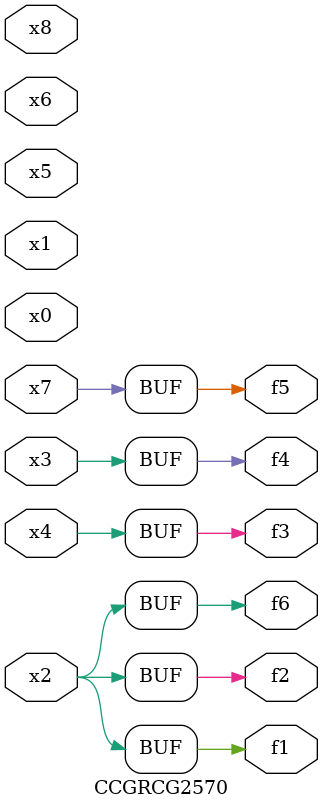
<source format=v>
module CCGRCG2570(
	input x0, x1, x2, x3, x4, x5, x6, x7, x8,
	output f1, f2, f3, f4, f5, f6
);
	assign f1 = x2;
	assign f2 = x2;
	assign f3 = x4;
	assign f4 = x3;
	assign f5 = x7;
	assign f6 = x2;
endmodule

</source>
